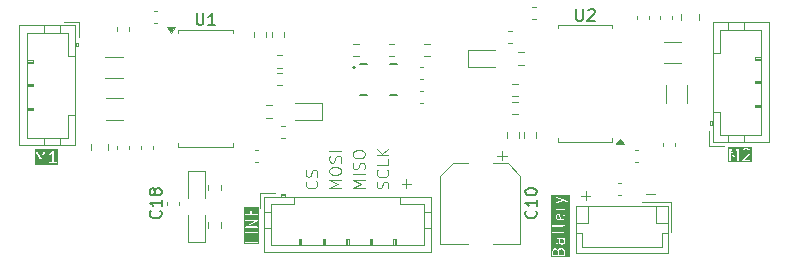
<source format=gbr>
%TF.GenerationSoftware,KiCad,Pcbnew,9.0.7*%
%TF.CreationDate,2026-01-26T16:26:35+01:00*%
%TF.ProjectId,Projet 6 KICAD CLS COMPLET,50726f6a-6574-4203-9620-4b4943414420,rev?*%
%TF.SameCoordinates,Original*%
%TF.FileFunction,Legend,Top*%
%TF.FilePolarity,Positive*%
%FSLAX46Y46*%
G04 Gerber Fmt 4.6, Leading zero omitted, Abs format (unit mm)*
G04 Created by KiCad (PCBNEW 9.0.7) date 2026-01-26 16:26:35*
%MOMM*%
%LPD*%
G01*
G04 APERTURE LIST*
%ADD10C,0.100000*%
%ADD11C,0.150000*%
%ADD12C,0.120000*%
%ADD13C,0.127000*%
%ADD14C,0.200000*%
G04 APERTURE END LIST*
D10*
X126472419Y-70196115D02*
X125472419Y-70196115D01*
X125472419Y-70196115D02*
X126186704Y-69862782D01*
X126186704Y-69862782D02*
X125472419Y-69529449D01*
X125472419Y-69529449D02*
X126472419Y-69529449D01*
X126472419Y-69053258D02*
X125472419Y-69053258D01*
X126424800Y-68624687D02*
X126472419Y-68481830D01*
X126472419Y-68481830D02*
X126472419Y-68243735D01*
X126472419Y-68243735D02*
X126424800Y-68148497D01*
X126424800Y-68148497D02*
X126377180Y-68100878D01*
X126377180Y-68100878D02*
X126281942Y-68053259D01*
X126281942Y-68053259D02*
X126186704Y-68053259D01*
X126186704Y-68053259D02*
X126091466Y-68100878D01*
X126091466Y-68100878D02*
X126043847Y-68148497D01*
X126043847Y-68148497D02*
X125996228Y-68243735D01*
X125996228Y-68243735D02*
X125948609Y-68434211D01*
X125948609Y-68434211D02*
X125900990Y-68529449D01*
X125900990Y-68529449D02*
X125853371Y-68577068D01*
X125853371Y-68577068D02*
X125758133Y-68624687D01*
X125758133Y-68624687D02*
X125662895Y-68624687D01*
X125662895Y-68624687D02*
X125567657Y-68577068D01*
X125567657Y-68577068D02*
X125520038Y-68529449D01*
X125520038Y-68529449D02*
X125472419Y-68434211D01*
X125472419Y-68434211D02*
X125472419Y-68196116D01*
X125472419Y-68196116D02*
X125520038Y-68053259D01*
X125472419Y-67434211D02*
X125472419Y-67243735D01*
X125472419Y-67243735D02*
X125520038Y-67148497D01*
X125520038Y-67148497D02*
X125615276Y-67053259D01*
X125615276Y-67053259D02*
X125805752Y-67005640D01*
X125805752Y-67005640D02*
X126139085Y-67005640D01*
X126139085Y-67005640D02*
X126329561Y-67053259D01*
X126329561Y-67053259D02*
X126424800Y-67148497D01*
X126424800Y-67148497D02*
X126472419Y-67243735D01*
X126472419Y-67243735D02*
X126472419Y-67434211D01*
X126472419Y-67434211D02*
X126424800Y-67529449D01*
X126424800Y-67529449D02*
X126329561Y-67624687D01*
X126329561Y-67624687D02*
X126139085Y-67672306D01*
X126139085Y-67672306D02*
X125805752Y-67672306D01*
X125805752Y-67672306D02*
X125615276Y-67624687D01*
X125615276Y-67624687D02*
X125520038Y-67529449D01*
X125520038Y-67529449D02*
X125472419Y-67434211D01*
X128424800Y-70243734D02*
X128472419Y-70100877D01*
X128472419Y-70100877D02*
X128472419Y-69862782D01*
X128472419Y-69862782D02*
X128424800Y-69767544D01*
X128424800Y-69767544D02*
X128377180Y-69719925D01*
X128377180Y-69719925D02*
X128281942Y-69672306D01*
X128281942Y-69672306D02*
X128186704Y-69672306D01*
X128186704Y-69672306D02*
X128091466Y-69719925D01*
X128091466Y-69719925D02*
X128043847Y-69767544D01*
X128043847Y-69767544D02*
X127996228Y-69862782D01*
X127996228Y-69862782D02*
X127948609Y-70053258D01*
X127948609Y-70053258D02*
X127900990Y-70148496D01*
X127900990Y-70148496D02*
X127853371Y-70196115D01*
X127853371Y-70196115D02*
X127758133Y-70243734D01*
X127758133Y-70243734D02*
X127662895Y-70243734D01*
X127662895Y-70243734D02*
X127567657Y-70196115D01*
X127567657Y-70196115D02*
X127520038Y-70148496D01*
X127520038Y-70148496D02*
X127472419Y-70053258D01*
X127472419Y-70053258D02*
X127472419Y-69815163D01*
X127472419Y-69815163D02*
X127520038Y-69672306D01*
X128377180Y-68672306D02*
X128424800Y-68719925D01*
X128424800Y-68719925D02*
X128472419Y-68862782D01*
X128472419Y-68862782D02*
X128472419Y-68958020D01*
X128472419Y-68958020D02*
X128424800Y-69100877D01*
X128424800Y-69100877D02*
X128329561Y-69196115D01*
X128329561Y-69196115D02*
X128234323Y-69243734D01*
X128234323Y-69243734D02*
X128043847Y-69291353D01*
X128043847Y-69291353D02*
X127900990Y-69291353D01*
X127900990Y-69291353D02*
X127710514Y-69243734D01*
X127710514Y-69243734D02*
X127615276Y-69196115D01*
X127615276Y-69196115D02*
X127520038Y-69100877D01*
X127520038Y-69100877D02*
X127472419Y-68958020D01*
X127472419Y-68958020D02*
X127472419Y-68862782D01*
X127472419Y-68862782D02*
X127520038Y-68719925D01*
X127520038Y-68719925D02*
X127567657Y-68672306D01*
X128472419Y-67767544D02*
X128472419Y-68243734D01*
X128472419Y-68243734D02*
X127472419Y-68243734D01*
X128472419Y-67434210D02*
X127472419Y-67434210D01*
X128472419Y-66862782D02*
X127900990Y-67291353D01*
X127472419Y-66862782D02*
X128043847Y-67434210D01*
G36*
X142723753Y-75461017D02*
G01*
X142759897Y-75497162D01*
X142798609Y-75574585D01*
X142798609Y-75846115D01*
X142422419Y-75846115D01*
X142422419Y-75574585D01*
X142461130Y-75497161D01*
X142497275Y-75461017D01*
X142574699Y-75422306D01*
X142646330Y-75422306D01*
X142723753Y-75461017D01*
G37*
G36*
X143247561Y-75413398D02*
G01*
X143283708Y-75449544D01*
X143322419Y-75526966D01*
X143322419Y-75846115D01*
X142898609Y-75846115D01*
X142898609Y-75570895D01*
X142939929Y-75446933D01*
X142973465Y-75413398D01*
X143050889Y-75374687D01*
X143170139Y-75374687D01*
X143247561Y-75413398D01*
G37*
G36*
X143322419Y-74574585D02*
G01*
X143322419Y-74789073D01*
X143287532Y-74858847D01*
X143217759Y-74893734D01*
X143146127Y-74893734D01*
X143076352Y-74858847D01*
X143041466Y-74789074D01*
X143041466Y-74562782D01*
X143040977Y-74560325D01*
X143041340Y-74559237D01*
X143039223Y-74551509D01*
X143037660Y-74543648D01*
X143036848Y-74542836D01*
X143036187Y-74540421D01*
X143024749Y-74517544D01*
X143293898Y-74517544D01*
X143322419Y-74574585D01*
G37*
G36*
X142978095Y-72846114D02*
G01*
X142860413Y-72846114D01*
X142790638Y-72811227D01*
X142755752Y-72741454D01*
X142755752Y-72574584D01*
X142790638Y-72504810D01*
X142860413Y-72469924D01*
X142902857Y-72469924D01*
X142978095Y-72846114D01*
G37*
G36*
X143866737Y-76057226D02*
G01*
X142211308Y-76057226D01*
X142211308Y-75562782D01*
X142322419Y-75562782D01*
X142322419Y-75896115D01*
X142326225Y-75915249D01*
X142353285Y-75942309D01*
X142372419Y-75946115D01*
X143372419Y-75946115D01*
X143391553Y-75942309D01*
X143418613Y-75915249D01*
X143422419Y-75896115D01*
X143422419Y-75515163D01*
X143421930Y-75512706D01*
X143422293Y-75511618D01*
X143420176Y-75503890D01*
X143418613Y-75496029D01*
X143417801Y-75495217D01*
X143417140Y-75492802D01*
X143369521Y-75397564D01*
X143364609Y-75391235D01*
X143360155Y-75384569D01*
X143312535Y-75336950D01*
X143305868Y-75332495D01*
X143299540Y-75327584D01*
X143204303Y-75279966D01*
X143201887Y-75279304D01*
X143201076Y-75278493D01*
X143193214Y-75276929D01*
X143185487Y-75274813D01*
X143184398Y-75275175D01*
X143181942Y-75274687D01*
X143039085Y-75274687D01*
X143036628Y-75275175D01*
X143035540Y-75274813D01*
X143027812Y-75276929D01*
X143019951Y-75278493D01*
X143019139Y-75279304D01*
X143016724Y-75279966D01*
X142921486Y-75327585D01*
X142915157Y-75332496D01*
X142908491Y-75336951D01*
X142860873Y-75384570D01*
X142859481Y-75386652D01*
X142858455Y-75387166D01*
X142854487Y-75394126D01*
X142850034Y-75400791D01*
X142850034Y-75401938D01*
X142848794Y-75404114D01*
X142838407Y-75435274D01*
X142836345Y-75432188D01*
X142788726Y-75384570D01*
X142782064Y-75380118D01*
X142775731Y-75375203D01*
X142680494Y-75327585D01*
X142678078Y-75326923D01*
X142677267Y-75326112D01*
X142669405Y-75324548D01*
X142661678Y-75322432D01*
X142660589Y-75322794D01*
X142658133Y-75322306D01*
X142562895Y-75322306D01*
X142560438Y-75322794D01*
X142559350Y-75322432D01*
X142551622Y-75324548D01*
X142543761Y-75326112D01*
X142542949Y-75326923D01*
X142540534Y-75327585D01*
X142445296Y-75375204D01*
X142438967Y-75380115D01*
X142432301Y-75384570D01*
X142384683Y-75432189D01*
X142380231Y-75438850D01*
X142375316Y-75445184D01*
X142327698Y-75540421D01*
X142327036Y-75542836D01*
X142326225Y-75543648D01*
X142324661Y-75551509D01*
X142322545Y-75559237D01*
X142322907Y-75560325D01*
X142322419Y-75562782D01*
X142211308Y-75562782D01*
X142211308Y-74610401D01*
X142655752Y-74610401D01*
X142655752Y-74800877D01*
X142656240Y-74803333D01*
X142655878Y-74804422D01*
X142657994Y-74812149D01*
X142659558Y-74820011D01*
X142660369Y-74820822D01*
X142661031Y-74823238D01*
X142708649Y-74918475D01*
X142720611Y-74933887D01*
X142756915Y-74945989D01*
X142791143Y-74928875D01*
X142803245Y-74892570D01*
X142798092Y-74873754D01*
X142755752Y-74789074D01*
X142755752Y-74622204D01*
X142790638Y-74552430D01*
X142860413Y-74517544D01*
X142912945Y-74517544D01*
X142941466Y-74574585D01*
X142941466Y-74800877D01*
X142941954Y-74803333D01*
X142941592Y-74804422D01*
X142943708Y-74812149D01*
X142945272Y-74820011D01*
X142946083Y-74820822D01*
X142946745Y-74823238D01*
X142994363Y-74918475D01*
X143000466Y-74926339D01*
X143001312Y-74928875D01*
X143004135Y-74931066D01*
X143006325Y-74933887D01*
X143008858Y-74934731D01*
X143016724Y-74940836D01*
X143111962Y-74988455D01*
X143114377Y-74989116D01*
X143115189Y-74989928D01*
X143123050Y-74991491D01*
X143130778Y-74993608D01*
X143131866Y-74993245D01*
X143134323Y-74993734D01*
X143229561Y-74993734D01*
X143232017Y-74993245D01*
X143233105Y-74993608D01*
X143240829Y-74991492D01*
X143248695Y-74989928D01*
X143249506Y-74989116D01*
X143251921Y-74988455D01*
X143347160Y-74940837D01*
X143355024Y-74934733D01*
X143357560Y-74933888D01*
X143359751Y-74931064D01*
X143362572Y-74928875D01*
X143363416Y-74926341D01*
X143369521Y-74918476D01*
X143417140Y-74823238D01*
X143417801Y-74820822D01*
X143418613Y-74820011D01*
X143420176Y-74812149D01*
X143422293Y-74804422D01*
X143421930Y-74803333D01*
X143422419Y-74800877D01*
X143422419Y-74562782D01*
X143421930Y-74560325D01*
X143422293Y-74559237D01*
X143420176Y-74551509D01*
X143418613Y-74543648D01*
X143417801Y-74542836D01*
X143417140Y-74540421D01*
X143399716Y-74505574D01*
X143418613Y-74486678D01*
X143418613Y-74448410D01*
X143391553Y-74421350D01*
X143372419Y-74417544D01*
X142848609Y-74417544D01*
X142846152Y-74418032D01*
X142845064Y-74417670D01*
X142837336Y-74419786D01*
X142829475Y-74421350D01*
X142828663Y-74422161D01*
X142826248Y-74422823D01*
X142731010Y-74470442D01*
X142723144Y-74476546D01*
X142720611Y-74477391D01*
X142718421Y-74480211D01*
X142715598Y-74482403D01*
X142714752Y-74484938D01*
X142708649Y-74492803D01*
X142661031Y-74588040D01*
X142660369Y-74590455D01*
X142659558Y-74591267D01*
X142657994Y-74599128D01*
X142655878Y-74606856D01*
X142656240Y-74607944D01*
X142655752Y-74610401D01*
X142211308Y-74610401D01*
X142211308Y-73972219D01*
X142326225Y-73972219D01*
X142326225Y-74010487D01*
X142353285Y-74037547D01*
X142372419Y-74041353D01*
X142655752Y-74041353D01*
X142655752Y-74134210D01*
X142659558Y-74153344D01*
X142686618Y-74180404D01*
X142724886Y-74180404D01*
X142751946Y-74153344D01*
X142755752Y-74134210D01*
X142755752Y-74041353D01*
X143229561Y-74041353D01*
X143232017Y-74040864D01*
X143233105Y-74041227D01*
X143240829Y-74039111D01*
X143248695Y-74037547D01*
X143249506Y-74036735D01*
X143251921Y-74036074D01*
X143347160Y-73988456D01*
X143355024Y-73982352D01*
X143357560Y-73981507D01*
X143359751Y-73978683D01*
X143362572Y-73976494D01*
X143363416Y-73973960D01*
X143369521Y-73966095D01*
X143417140Y-73870857D01*
X143417801Y-73868441D01*
X143418613Y-73867630D01*
X143420176Y-73859768D01*
X143422293Y-73852041D01*
X143421930Y-73850952D01*
X143422419Y-73848496D01*
X143422419Y-73753258D01*
X143418613Y-73734124D01*
X143391553Y-73707064D01*
X143353285Y-73707064D01*
X143326225Y-73734124D01*
X143322419Y-73753258D01*
X143322419Y-73836692D01*
X143287532Y-73906466D01*
X143217759Y-73941353D01*
X142755752Y-73941353D01*
X142755752Y-73753258D01*
X142751946Y-73734124D01*
X142724886Y-73707064D01*
X142686618Y-73707064D01*
X142659558Y-73734124D01*
X142655752Y-73753258D01*
X142655752Y-73941353D01*
X142372419Y-73941353D01*
X142353285Y-73945159D01*
X142326225Y-73972219D01*
X142211308Y-73972219D01*
X142211308Y-73400790D01*
X142326225Y-73400790D01*
X142326225Y-73439058D01*
X142353285Y-73466118D01*
X142372419Y-73469924D01*
X142655752Y-73469924D01*
X142655752Y-73562781D01*
X142659558Y-73581915D01*
X142686618Y-73608975D01*
X142724886Y-73608975D01*
X142751946Y-73581915D01*
X142755752Y-73562781D01*
X142755752Y-73469924D01*
X143229561Y-73469924D01*
X143232017Y-73469435D01*
X143233105Y-73469798D01*
X143240829Y-73467682D01*
X143248695Y-73466118D01*
X143249506Y-73465306D01*
X143251921Y-73464645D01*
X143347160Y-73417027D01*
X143355024Y-73410923D01*
X143357560Y-73410078D01*
X143359751Y-73407254D01*
X143362572Y-73405065D01*
X143363416Y-73402531D01*
X143369521Y-73394666D01*
X143417140Y-73299428D01*
X143417801Y-73297012D01*
X143418613Y-73296201D01*
X143420176Y-73288339D01*
X143422293Y-73280612D01*
X143421930Y-73279523D01*
X143422419Y-73277067D01*
X143422419Y-73181829D01*
X143418613Y-73162695D01*
X143391553Y-73135635D01*
X143353285Y-73135635D01*
X143326225Y-73162695D01*
X143322419Y-73181829D01*
X143322419Y-73265263D01*
X143287532Y-73335037D01*
X143217759Y-73369924D01*
X142755752Y-73369924D01*
X142755752Y-73181829D01*
X142751946Y-73162695D01*
X142724886Y-73135635D01*
X142686618Y-73135635D01*
X142659558Y-73162695D01*
X142655752Y-73181829D01*
X142655752Y-73369924D01*
X142372419Y-73369924D01*
X142353285Y-73373730D01*
X142326225Y-73400790D01*
X142211308Y-73400790D01*
X142211308Y-72562781D01*
X142655752Y-72562781D01*
X142655752Y-72753257D01*
X142656240Y-72755713D01*
X142655878Y-72756802D01*
X142657994Y-72764529D01*
X142659558Y-72772391D01*
X142660369Y-72773202D01*
X142661031Y-72775618D01*
X142708649Y-72870855D01*
X142714752Y-72878719D01*
X142715598Y-72881255D01*
X142718421Y-72883446D01*
X142720611Y-72886267D01*
X142723144Y-72887111D01*
X142731010Y-72893216D01*
X142826248Y-72940835D01*
X142828663Y-72941496D01*
X142829475Y-72942308D01*
X142837336Y-72943871D01*
X142845064Y-72945988D01*
X142846152Y-72945625D01*
X142848609Y-72946114D01*
X143229561Y-72946114D01*
X143232017Y-72945625D01*
X143233105Y-72945988D01*
X143240829Y-72943872D01*
X143248695Y-72942308D01*
X143249506Y-72941496D01*
X143251921Y-72940835D01*
X143347160Y-72893217D01*
X143355024Y-72887113D01*
X143357560Y-72886268D01*
X143359751Y-72883444D01*
X143362572Y-72881255D01*
X143363416Y-72878721D01*
X143369521Y-72870856D01*
X143417140Y-72775618D01*
X143417801Y-72773202D01*
X143418613Y-72772391D01*
X143420176Y-72764529D01*
X143422293Y-72756802D01*
X143421930Y-72755713D01*
X143422419Y-72753257D01*
X143422419Y-72562781D01*
X143421930Y-72560324D01*
X143422293Y-72559236D01*
X143420176Y-72551508D01*
X143418613Y-72543647D01*
X143417801Y-72542835D01*
X143417140Y-72540420D01*
X143369521Y-72445182D01*
X143357560Y-72429770D01*
X143321255Y-72417669D01*
X143287027Y-72434783D01*
X143274926Y-72471088D01*
X143280079Y-72489904D01*
X143322419Y-72574584D01*
X143322419Y-72741453D01*
X143287532Y-72811227D01*
X143217759Y-72846114D01*
X143080075Y-72846114D01*
X142992876Y-72410118D01*
X142990041Y-72403294D01*
X142990041Y-72400790D01*
X142988261Y-72399010D01*
X142985391Y-72392102D01*
X142973277Y-72384026D01*
X142962981Y-72373730D01*
X142955643Y-72372270D01*
X142953550Y-72370875D01*
X142951095Y-72371365D01*
X142943847Y-72369924D01*
X142848609Y-72369924D01*
X142846152Y-72370412D01*
X142845064Y-72370050D01*
X142837336Y-72372166D01*
X142829475Y-72373730D01*
X142828663Y-72374541D01*
X142826248Y-72375203D01*
X142731010Y-72422822D01*
X142723144Y-72428926D01*
X142720611Y-72429771D01*
X142718421Y-72432591D01*
X142715598Y-72434783D01*
X142714752Y-72437318D01*
X142708649Y-72445183D01*
X142661031Y-72540420D01*
X142660369Y-72542835D01*
X142659558Y-72543647D01*
X142657994Y-72551508D01*
X142655878Y-72559236D01*
X142656240Y-72560324D01*
X142655752Y-72562781D01*
X142211308Y-72562781D01*
X142211308Y-71705638D01*
X142655752Y-71705638D01*
X142655752Y-71800876D01*
X142656240Y-71803332D01*
X142655878Y-71804421D01*
X142657994Y-71812148D01*
X142659558Y-71820010D01*
X142660369Y-71820821D01*
X142661031Y-71823237D01*
X142708649Y-71918474D01*
X142713564Y-71924807D01*
X142718016Y-71931469D01*
X142727899Y-71941352D01*
X142705752Y-71941352D01*
X142686618Y-71945158D01*
X142659558Y-71972218D01*
X142659558Y-72010486D01*
X142686618Y-72037546D01*
X142705752Y-72041352D01*
X143372419Y-72041352D01*
X143391553Y-72037546D01*
X143418613Y-72010486D01*
X143418613Y-71972218D01*
X143391553Y-71945158D01*
X143372419Y-71941352D01*
X142908032Y-71941352D01*
X142830608Y-71902640D01*
X142794463Y-71866496D01*
X142755752Y-71789073D01*
X142755752Y-71705638D01*
X142751946Y-71686504D01*
X142724886Y-71659444D01*
X142686618Y-71659444D01*
X142659558Y-71686504D01*
X142655752Y-71705638D01*
X142211308Y-71705638D01*
X142211308Y-70993835D01*
X142655814Y-70993835D01*
X142672196Y-71028419D01*
X142688935Y-71038439D01*
X143223758Y-71229447D01*
X142688935Y-71420455D01*
X142672196Y-71430475D01*
X142655814Y-71465059D01*
X142668685Y-71501098D01*
X142703269Y-71517480D01*
X142722569Y-71514629D01*
X143371416Y-71282898D01*
X143582417Y-71367298D01*
X143617040Y-71401922D01*
X143661030Y-71489902D01*
X143672992Y-71505314D01*
X143709296Y-71517416D01*
X143743524Y-71500302D01*
X143755626Y-71463997D01*
X143750473Y-71445181D01*
X143702854Y-71349943D01*
X143697942Y-71343614D01*
X143693488Y-71336948D01*
X143645869Y-71289330D01*
X143645518Y-71289095D01*
X143645435Y-71288901D01*
X143637502Y-71283739D01*
X143629648Y-71278491D01*
X143629436Y-71278491D01*
X143629083Y-71278261D01*
X143390989Y-71183023D01*
X143390052Y-71182848D01*
X143389236Y-71182360D01*
X142722569Y-70944265D01*
X142703269Y-70941414D01*
X142668685Y-70957796D01*
X142655814Y-70993835D01*
X142211308Y-70993835D01*
X142211308Y-70830303D01*
X143866737Y-70830303D01*
X143866737Y-76057226D01*
G37*
G36*
X159231661Y-68033530D02*
G01*
X157242773Y-68033530D01*
X157242773Y-66872419D01*
X157353884Y-66872419D01*
X157353884Y-67872419D01*
X157357690Y-67891553D01*
X157384750Y-67918613D01*
X157423018Y-67918613D01*
X157450078Y-67891553D01*
X157453884Y-67872419D01*
X157453884Y-67097796D01*
X157691908Y-67607849D01*
X157699530Y-67618238D01*
X157700343Y-67620473D01*
X157701600Y-67621059D01*
X157703448Y-67623578D01*
X157719520Y-67629422D01*
X157735021Y-67636656D01*
X157737217Y-67635857D01*
X157739413Y-67636656D01*
X157754913Y-67629422D01*
X157770986Y-67623578D01*
X157772833Y-67621059D01*
X157774091Y-67620473D01*
X157774903Y-67618237D01*
X157782526Y-67607848D01*
X158020550Y-67097796D01*
X158020550Y-67872419D01*
X158024356Y-67891553D01*
X158051416Y-67918613D01*
X158089684Y-67918613D01*
X158116744Y-67891553D01*
X158120550Y-67872419D01*
X158120550Y-67853285D01*
X158405309Y-67853285D01*
X158405309Y-67891553D01*
X158432369Y-67918613D01*
X158451503Y-67922419D01*
X159070550Y-67922419D01*
X159089684Y-67918613D01*
X159116744Y-67891553D01*
X159116744Y-67853285D01*
X159089684Y-67826225D01*
X159070550Y-67822419D01*
X158572213Y-67822419D01*
X159058286Y-67336345D01*
X159059676Y-67334263D01*
X159060704Y-67333750D01*
X159064674Y-67326784D01*
X159069125Y-67320124D01*
X159069125Y-67318976D01*
X159070365Y-67316801D01*
X159117984Y-67173945D01*
X159118986Y-67165994D01*
X159120550Y-67158133D01*
X159120550Y-67062895D01*
X159120061Y-67060438D01*
X159120424Y-67059350D01*
X159118307Y-67051622D01*
X159116744Y-67043761D01*
X159115932Y-67042949D01*
X159115271Y-67040534D01*
X159067652Y-66945296D01*
X159062740Y-66938967D01*
X159058286Y-66932301D01*
X159010667Y-66884683D01*
X159004005Y-66880231D01*
X158997672Y-66875316D01*
X158902435Y-66827698D01*
X158900019Y-66827036D01*
X158899208Y-66826225D01*
X158891346Y-66824661D01*
X158883619Y-66822545D01*
X158882530Y-66822907D01*
X158880074Y-66822419D01*
X158641979Y-66822419D01*
X158639522Y-66822907D01*
X158638434Y-66822545D01*
X158630706Y-66824661D01*
X158622845Y-66826225D01*
X158622033Y-66827036D01*
X158619618Y-66827698D01*
X158524380Y-66875317D01*
X158518051Y-66880228D01*
X158511385Y-66884683D01*
X158463767Y-66932302D01*
X158452928Y-66948523D01*
X158452928Y-66986791D01*
X158479988Y-67013851D01*
X158518256Y-67013851D01*
X158534477Y-67003012D01*
X158576359Y-66961130D01*
X158653783Y-66922419D01*
X158868271Y-66922419D01*
X158945694Y-66961130D01*
X158981838Y-66997275D01*
X159020550Y-67074698D01*
X159020550Y-67150020D01*
X158979229Y-67273981D01*
X158416148Y-67837064D01*
X158405309Y-67853285D01*
X158120550Y-67853285D01*
X158120550Y-66872419D01*
X158116744Y-66853285D01*
X158110461Y-66847002D01*
X158107424Y-66838650D01*
X158097458Y-66833999D01*
X158089684Y-66826225D01*
X158080799Y-66826225D01*
X158072746Y-66822467D01*
X158062411Y-66826225D01*
X158051416Y-66826225D01*
X158045133Y-66832507D01*
X158036781Y-66835545D01*
X158025241Y-66851274D01*
X157737216Y-67468469D01*
X157449193Y-66851275D01*
X157437653Y-66835545D01*
X157429300Y-66832507D01*
X157423018Y-66826225D01*
X157412023Y-66826225D01*
X157401688Y-66822467D01*
X157393635Y-66826225D01*
X157384750Y-66826225D01*
X157376975Y-66833999D01*
X157367010Y-66838650D01*
X157363972Y-66847002D01*
X157357690Y-66853285D01*
X157353884Y-66872419D01*
X157242773Y-66872419D01*
X157242773Y-66711308D01*
X159231661Y-66711308D01*
X159231661Y-68033530D01*
G37*
X124472419Y-70196115D02*
X123472419Y-70196115D01*
X123472419Y-70196115D02*
X124186704Y-69862782D01*
X124186704Y-69862782D02*
X123472419Y-69529449D01*
X123472419Y-69529449D02*
X124472419Y-69529449D01*
X123472419Y-68862782D02*
X123472419Y-68672306D01*
X123472419Y-68672306D02*
X123520038Y-68577068D01*
X123520038Y-68577068D02*
X123615276Y-68481830D01*
X123615276Y-68481830D02*
X123805752Y-68434211D01*
X123805752Y-68434211D02*
X124139085Y-68434211D01*
X124139085Y-68434211D02*
X124329561Y-68481830D01*
X124329561Y-68481830D02*
X124424800Y-68577068D01*
X124424800Y-68577068D02*
X124472419Y-68672306D01*
X124472419Y-68672306D02*
X124472419Y-68862782D01*
X124472419Y-68862782D02*
X124424800Y-68958020D01*
X124424800Y-68958020D02*
X124329561Y-69053258D01*
X124329561Y-69053258D02*
X124139085Y-69100877D01*
X124139085Y-69100877D02*
X123805752Y-69100877D01*
X123805752Y-69100877D02*
X123615276Y-69053258D01*
X123615276Y-69053258D02*
X123520038Y-68958020D01*
X123520038Y-68958020D02*
X123472419Y-68862782D01*
X124424800Y-68053258D02*
X124472419Y-67910401D01*
X124472419Y-67910401D02*
X124472419Y-67672306D01*
X124472419Y-67672306D02*
X124424800Y-67577068D01*
X124424800Y-67577068D02*
X124377180Y-67529449D01*
X124377180Y-67529449D02*
X124281942Y-67481830D01*
X124281942Y-67481830D02*
X124186704Y-67481830D01*
X124186704Y-67481830D02*
X124091466Y-67529449D01*
X124091466Y-67529449D02*
X124043847Y-67577068D01*
X124043847Y-67577068D02*
X123996228Y-67672306D01*
X123996228Y-67672306D02*
X123948609Y-67862782D01*
X123948609Y-67862782D02*
X123900990Y-67958020D01*
X123900990Y-67958020D02*
X123853371Y-68005639D01*
X123853371Y-68005639D02*
X123758133Y-68053258D01*
X123758133Y-68053258D02*
X123662895Y-68053258D01*
X123662895Y-68053258D02*
X123567657Y-68005639D01*
X123567657Y-68005639D02*
X123520038Y-67958020D01*
X123520038Y-67958020D02*
X123472419Y-67862782D01*
X123472419Y-67862782D02*
X123472419Y-67624687D01*
X123472419Y-67624687D02*
X123520038Y-67481830D01*
X124472419Y-67053258D02*
X123472419Y-67053258D01*
X150319048Y-70676466D02*
X151080953Y-70676466D01*
X129619048Y-69826466D02*
X130380953Y-69826466D01*
X130000000Y-70207419D02*
X130000000Y-69445514D01*
X144819048Y-70876466D02*
X145580953Y-70876466D01*
X145200000Y-71257419D02*
X145200000Y-70495514D01*
X122377180Y-69624687D02*
X122424800Y-69672306D01*
X122424800Y-69672306D02*
X122472419Y-69815163D01*
X122472419Y-69815163D02*
X122472419Y-69910401D01*
X122472419Y-69910401D02*
X122424800Y-70053258D01*
X122424800Y-70053258D02*
X122329561Y-70148496D01*
X122329561Y-70148496D02*
X122234323Y-70196115D01*
X122234323Y-70196115D02*
X122043847Y-70243734D01*
X122043847Y-70243734D02*
X121900990Y-70243734D01*
X121900990Y-70243734D02*
X121710514Y-70196115D01*
X121710514Y-70196115D02*
X121615276Y-70148496D01*
X121615276Y-70148496D02*
X121520038Y-70053258D01*
X121520038Y-70053258D02*
X121472419Y-69910401D01*
X121472419Y-69910401D02*
X121472419Y-69815163D01*
X121472419Y-69815163D02*
X121520038Y-69672306D01*
X121520038Y-69672306D02*
X121567657Y-69624687D01*
X122424800Y-69243734D02*
X122472419Y-69100877D01*
X122472419Y-69100877D02*
X122472419Y-68862782D01*
X122472419Y-68862782D02*
X122424800Y-68767544D01*
X122424800Y-68767544D02*
X122377180Y-68719925D01*
X122377180Y-68719925D02*
X122281942Y-68672306D01*
X122281942Y-68672306D02*
X122186704Y-68672306D01*
X122186704Y-68672306D02*
X122091466Y-68719925D01*
X122091466Y-68719925D02*
X122043847Y-68767544D01*
X122043847Y-68767544D02*
X121996228Y-68862782D01*
X121996228Y-68862782D02*
X121948609Y-69053258D01*
X121948609Y-69053258D02*
X121900990Y-69148496D01*
X121900990Y-69148496D02*
X121853371Y-69196115D01*
X121853371Y-69196115D02*
X121758133Y-69243734D01*
X121758133Y-69243734D02*
X121662895Y-69243734D01*
X121662895Y-69243734D02*
X121567657Y-69196115D01*
X121567657Y-69196115D02*
X121520038Y-69148496D01*
X121520038Y-69148496D02*
X121472419Y-69053258D01*
X121472419Y-69053258D02*
X121472419Y-68815163D01*
X121472419Y-68815163D02*
X121520038Y-68672306D01*
G36*
X100527855Y-68233530D02*
G01*
X98542773Y-68233530D01*
X98542773Y-67072419D01*
X98653884Y-67072419D01*
X98653884Y-68072419D01*
X98657690Y-68091553D01*
X98684750Y-68118613D01*
X98723018Y-68118613D01*
X98750078Y-68091553D01*
X98753884Y-68072419D01*
X98753884Y-67297796D01*
X98991908Y-67807849D01*
X98999530Y-67818238D01*
X99000343Y-67820473D01*
X99001600Y-67821059D01*
X99003448Y-67823578D01*
X99019520Y-67829422D01*
X99035021Y-67836656D01*
X99037217Y-67835857D01*
X99039413Y-67836656D01*
X99054913Y-67829422D01*
X99070986Y-67823578D01*
X99072833Y-67821059D01*
X99074091Y-67820473D01*
X99074903Y-67818237D01*
X99082526Y-67807848D01*
X99320550Y-67297796D01*
X99320550Y-68072419D01*
X99324356Y-68091553D01*
X99351416Y-68118613D01*
X99389684Y-68118613D01*
X99416744Y-68091553D01*
X99420550Y-68072419D01*
X99420550Y-67361678D01*
X99749248Y-67361678D01*
X99766362Y-67395906D01*
X99802667Y-67408007D01*
X99821483Y-67402854D01*
X99916720Y-67355236D01*
X99923053Y-67350320D01*
X99929715Y-67345869D01*
X100024953Y-67250631D01*
X100027701Y-67246517D01*
X100031201Y-67243011D01*
X100034836Y-67237558D01*
X100034836Y-68022419D01*
X99799122Y-68022419D01*
X99779988Y-68026225D01*
X99752928Y-68053285D01*
X99752928Y-68091553D01*
X99779988Y-68118613D01*
X99799122Y-68122419D01*
X100370550Y-68122419D01*
X100389684Y-68118613D01*
X100416744Y-68091553D01*
X100416744Y-68053285D01*
X100389684Y-68026225D01*
X100370550Y-68022419D01*
X100134836Y-68022419D01*
X100134836Y-67072419D01*
X100131030Y-67053285D01*
X100127389Y-67049644D01*
X100126380Y-67044597D01*
X100114264Y-67036519D01*
X100103970Y-67026225D01*
X100098824Y-67026225D01*
X100094540Y-67023369D01*
X100080262Y-67026225D01*
X100065702Y-67026225D01*
X100062061Y-67029865D01*
X100057014Y-67030875D01*
X100043234Y-67044684D01*
X99950739Y-67183424D01*
X99864743Y-67269421D01*
X99776761Y-67313412D01*
X99761349Y-67325373D01*
X99749248Y-67361678D01*
X99420550Y-67361678D01*
X99420550Y-67072419D01*
X99416744Y-67053285D01*
X99410461Y-67047002D01*
X99407424Y-67038650D01*
X99397458Y-67033999D01*
X99389684Y-67026225D01*
X99380799Y-67026225D01*
X99372746Y-67022467D01*
X99362411Y-67026225D01*
X99351416Y-67026225D01*
X99345133Y-67032507D01*
X99336781Y-67035545D01*
X99325241Y-67051274D01*
X99037216Y-67668469D01*
X98749193Y-67051275D01*
X98737653Y-67035545D01*
X98729300Y-67032507D01*
X98723018Y-67026225D01*
X98712023Y-67026225D01*
X98701688Y-67022467D01*
X98693635Y-67026225D01*
X98684750Y-67026225D01*
X98676975Y-67033999D01*
X98667010Y-67038650D01*
X98663972Y-67047002D01*
X98657690Y-67053285D01*
X98653884Y-67072419D01*
X98542773Y-67072419D01*
X98542773Y-66911356D01*
X100527855Y-66911356D01*
X100527855Y-68233530D01*
G37*
G36*
X117533530Y-74957226D02*
G01*
X116211308Y-74957226D01*
X116211308Y-74776981D01*
X116326225Y-74776981D01*
X116326225Y-74815249D01*
X116353285Y-74842309D01*
X116372419Y-74846115D01*
X117372419Y-74846115D01*
X117391553Y-74842309D01*
X117418613Y-74815249D01*
X117422419Y-74796115D01*
X117422419Y-74319925D01*
X117418613Y-74300791D01*
X117391553Y-74273731D01*
X117353285Y-74273731D01*
X117326225Y-74300791D01*
X117322419Y-74319925D01*
X117322419Y-74746115D01*
X116372419Y-74746115D01*
X116353285Y-74749921D01*
X116326225Y-74776981D01*
X116211308Y-74776981D01*
X116211308Y-73967457D01*
X116326225Y-73967457D01*
X116326225Y-74005725D01*
X116353285Y-74032785D01*
X116372419Y-74036591D01*
X117372419Y-74036591D01*
X117391553Y-74032785D01*
X117418613Y-74005725D01*
X117418613Y-73967457D01*
X117391553Y-73940397D01*
X117372419Y-73936591D01*
X116372419Y-73936591D01*
X116353285Y-73940397D01*
X116326225Y-73967457D01*
X116211308Y-73967457D01*
X116211308Y-73516707D01*
X116322818Y-73516707D01*
X116326225Y-73522669D01*
X116326225Y-73529535D01*
X116335378Y-73538688D01*
X116341804Y-73549933D01*
X116348430Y-73551740D01*
X116353285Y-73556595D01*
X116372419Y-73560401D01*
X117372419Y-73560401D01*
X117391553Y-73556595D01*
X117418613Y-73529535D01*
X117418613Y-73491267D01*
X117391553Y-73464207D01*
X117372419Y-73460401D01*
X116560697Y-73460401D01*
X117397226Y-72982385D01*
X117411951Y-72969587D01*
X117413757Y-72962962D01*
X117418613Y-72958107D01*
X117418613Y-72945159D01*
X117422020Y-72932667D01*
X117418613Y-72926704D01*
X117418613Y-72919839D01*
X117409459Y-72910685D01*
X117403034Y-72899441D01*
X117396407Y-72897633D01*
X117391553Y-72892779D01*
X117372419Y-72888973D01*
X116372419Y-72888973D01*
X116353285Y-72892779D01*
X116326225Y-72919839D01*
X116326225Y-72958107D01*
X116353285Y-72985167D01*
X116372419Y-72988973D01*
X117184141Y-72988973D01*
X116347612Y-73466989D01*
X116332887Y-73479786D01*
X116331079Y-73486412D01*
X116326225Y-73491267D01*
X116326225Y-73504214D01*
X116322818Y-73516707D01*
X116211308Y-73516707D01*
X116211308Y-71986592D01*
X116322419Y-71986592D01*
X116322419Y-72462782D01*
X116326225Y-72481916D01*
X116353285Y-72508976D01*
X116372419Y-72512782D01*
X117372419Y-72512782D01*
X117391553Y-72508976D01*
X117418613Y-72481916D01*
X117422419Y-72462782D01*
X117422419Y-71986592D01*
X117418613Y-71967458D01*
X117391553Y-71940398D01*
X117353285Y-71940398D01*
X117326225Y-71967458D01*
X117322419Y-71986592D01*
X117322419Y-72412782D01*
X116898609Y-72412782D01*
X116898609Y-72129449D01*
X116894803Y-72110315D01*
X116867743Y-72083255D01*
X116829475Y-72083255D01*
X116802415Y-72110315D01*
X116798609Y-72129449D01*
X116798609Y-72412782D01*
X116422419Y-72412782D01*
X116422419Y-71986592D01*
X116418613Y-71967458D01*
X116391553Y-71940398D01*
X116353285Y-71940398D01*
X116326225Y-71967458D01*
X116322419Y-71986592D01*
X116211308Y-71986592D01*
X116211308Y-71829287D01*
X117533530Y-71829287D01*
X117533530Y-74957226D01*
G37*
D11*
X109179580Y-72142857D02*
X109227200Y-72190476D01*
X109227200Y-72190476D02*
X109274819Y-72333333D01*
X109274819Y-72333333D02*
X109274819Y-72428571D01*
X109274819Y-72428571D02*
X109227200Y-72571428D01*
X109227200Y-72571428D02*
X109131961Y-72666666D01*
X109131961Y-72666666D02*
X109036723Y-72714285D01*
X109036723Y-72714285D02*
X108846247Y-72761904D01*
X108846247Y-72761904D02*
X108703390Y-72761904D01*
X108703390Y-72761904D02*
X108512914Y-72714285D01*
X108512914Y-72714285D02*
X108417676Y-72666666D01*
X108417676Y-72666666D02*
X108322438Y-72571428D01*
X108322438Y-72571428D02*
X108274819Y-72428571D01*
X108274819Y-72428571D02*
X108274819Y-72333333D01*
X108274819Y-72333333D02*
X108322438Y-72190476D01*
X108322438Y-72190476D02*
X108370057Y-72142857D01*
X109274819Y-71190476D02*
X109274819Y-71761904D01*
X109274819Y-71476190D02*
X108274819Y-71476190D01*
X108274819Y-71476190D02*
X108417676Y-71571428D01*
X108417676Y-71571428D02*
X108512914Y-71666666D01*
X108512914Y-71666666D02*
X108560533Y-71761904D01*
X108703390Y-70619047D02*
X108655771Y-70714285D01*
X108655771Y-70714285D02*
X108608152Y-70761904D01*
X108608152Y-70761904D02*
X108512914Y-70809523D01*
X108512914Y-70809523D02*
X108465295Y-70809523D01*
X108465295Y-70809523D02*
X108370057Y-70761904D01*
X108370057Y-70761904D02*
X108322438Y-70714285D01*
X108322438Y-70714285D02*
X108274819Y-70619047D01*
X108274819Y-70619047D02*
X108274819Y-70428571D01*
X108274819Y-70428571D02*
X108322438Y-70333333D01*
X108322438Y-70333333D02*
X108370057Y-70285714D01*
X108370057Y-70285714D02*
X108465295Y-70238095D01*
X108465295Y-70238095D02*
X108512914Y-70238095D01*
X108512914Y-70238095D02*
X108608152Y-70285714D01*
X108608152Y-70285714D02*
X108655771Y-70333333D01*
X108655771Y-70333333D02*
X108703390Y-70428571D01*
X108703390Y-70428571D02*
X108703390Y-70619047D01*
X108703390Y-70619047D02*
X108751009Y-70714285D01*
X108751009Y-70714285D02*
X108798628Y-70761904D01*
X108798628Y-70761904D02*
X108893866Y-70809523D01*
X108893866Y-70809523D02*
X109084342Y-70809523D01*
X109084342Y-70809523D02*
X109179580Y-70761904D01*
X109179580Y-70761904D02*
X109227200Y-70714285D01*
X109227200Y-70714285D02*
X109274819Y-70619047D01*
X109274819Y-70619047D02*
X109274819Y-70428571D01*
X109274819Y-70428571D02*
X109227200Y-70333333D01*
X109227200Y-70333333D02*
X109179580Y-70285714D01*
X109179580Y-70285714D02*
X109084342Y-70238095D01*
X109084342Y-70238095D02*
X108893866Y-70238095D01*
X108893866Y-70238095D02*
X108798628Y-70285714D01*
X108798628Y-70285714D02*
X108751009Y-70333333D01*
X108751009Y-70333333D02*
X108703390Y-70428571D01*
X140959580Y-72142857D02*
X141007200Y-72190476D01*
X141007200Y-72190476D02*
X141054819Y-72333333D01*
X141054819Y-72333333D02*
X141054819Y-72428571D01*
X141054819Y-72428571D02*
X141007200Y-72571428D01*
X141007200Y-72571428D02*
X140911961Y-72666666D01*
X140911961Y-72666666D02*
X140816723Y-72714285D01*
X140816723Y-72714285D02*
X140626247Y-72761904D01*
X140626247Y-72761904D02*
X140483390Y-72761904D01*
X140483390Y-72761904D02*
X140292914Y-72714285D01*
X140292914Y-72714285D02*
X140197676Y-72666666D01*
X140197676Y-72666666D02*
X140102438Y-72571428D01*
X140102438Y-72571428D02*
X140054819Y-72428571D01*
X140054819Y-72428571D02*
X140054819Y-72333333D01*
X140054819Y-72333333D02*
X140102438Y-72190476D01*
X140102438Y-72190476D02*
X140150057Y-72142857D01*
X141054819Y-71190476D02*
X141054819Y-71761904D01*
X141054819Y-71476190D02*
X140054819Y-71476190D01*
X140054819Y-71476190D02*
X140197676Y-71571428D01*
X140197676Y-71571428D02*
X140292914Y-71666666D01*
X140292914Y-71666666D02*
X140340533Y-71761904D01*
X140054819Y-70571428D02*
X140054819Y-70476190D01*
X140054819Y-70476190D02*
X140102438Y-70380952D01*
X140102438Y-70380952D02*
X140150057Y-70333333D01*
X140150057Y-70333333D02*
X140245295Y-70285714D01*
X140245295Y-70285714D02*
X140435771Y-70238095D01*
X140435771Y-70238095D02*
X140673866Y-70238095D01*
X140673866Y-70238095D02*
X140864342Y-70285714D01*
X140864342Y-70285714D02*
X140959580Y-70333333D01*
X140959580Y-70333333D02*
X141007200Y-70380952D01*
X141007200Y-70380952D02*
X141054819Y-70476190D01*
X141054819Y-70476190D02*
X141054819Y-70571428D01*
X141054819Y-70571428D02*
X141007200Y-70666666D01*
X141007200Y-70666666D02*
X140959580Y-70714285D01*
X140959580Y-70714285D02*
X140864342Y-70761904D01*
X140864342Y-70761904D02*
X140673866Y-70809523D01*
X140673866Y-70809523D02*
X140435771Y-70809523D01*
X140435771Y-70809523D02*
X140245295Y-70761904D01*
X140245295Y-70761904D02*
X140150057Y-70714285D01*
X140150057Y-70714285D02*
X140102438Y-70666666D01*
X140102438Y-70666666D02*
X140054819Y-70571428D01*
X144375595Y-55054819D02*
X144375595Y-55864342D01*
X144375595Y-55864342D02*
X144423214Y-55959580D01*
X144423214Y-55959580D02*
X144470833Y-56007200D01*
X144470833Y-56007200D02*
X144566071Y-56054819D01*
X144566071Y-56054819D02*
X144756547Y-56054819D01*
X144756547Y-56054819D02*
X144851785Y-56007200D01*
X144851785Y-56007200D02*
X144899404Y-55959580D01*
X144899404Y-55959580D02*
X144947023Y-55864342D01*
X144947023Y-55864342D02*
X144947023Y-55054819D01*
X145375595Y-55150057D02*
X145423214Y-55102438D01*
X145423214Y-55102438D02*
X145518452Y-55054819D01*
X145518452Y-55054819D02*
X145756547Y-55054819D01*
X145756547Y-55054819D02*
X145851785Y-55102438D01*
X145851785Y-55102438D02*
X145899404Y-55150057D01*
X145899404Y-55150057D02*
X145947023Y-55245295D01*
X145947023Y-55245295D02*
X145947023Y-55340533D01*
X145947023Y-55340533D02*
X145899404Y-55483390D01*
X145899404Y-55483390D02*
X145327976Y-56054819D01*
X145327976Y-56054819D02*
X145947023Y-56054819D01*
X112238095Y-55404819D02*
X112238095Y-56214342D01*
X112238095Y-56214342D02*
X112285714Y-56309580D01*
X112285714Y-56309580D02*
X112333333Y-56357200D01*
X112333333Y-56357200D02*
X112428571Y-56404819D01*
X112428571Y-56404819D02*
X112619047Y-56404819D01*
X112619047Y-56404819D02*
X112714285Y-56357200D01*
X112714285Y-56357200D02*
X112761904Y-56309580D01*
X112761904Y-56309580D02*
X112809523Y-56214342D01*
X112809523Y-56214342D02*
X112809523Y-55404819D01*
X113809523Y-56404819D02*
X113238095Y-56404819D01*
X113523809Y-56404819D02*
X113523809Y-55404819D01*
X113523809Y-55404819D02*
X113428571Y-55547676D01*
X113428571Y-55547676D02*
X113333333Y-55642914D01*
X113333333Y-55642914D02*
X113238095Y-55690533D01*
D12*
%TO.C,C23*%
X108890580Y-56260000D02*
X108609420Y-56260000D01*
X108890580Y-55240000D02*
X108609420Y-55240000D01*
%TO.C,C22*%
X105490000Y-56890580D02*
X105490000Y-56609420D01*
X106510000Y-56890580D02*
X106510000Y-56609420D01*
%TO.C,C18*%
X109740000Y-71640580D02*
X109740000Y-71359420D01*
X110760000Y-71640580D02*
X110760000Y-71359420D01*
%TO.C,C15*%
X119409420Y-64965000D02*
X119690580Y-64965000D01*
X119409420Y-65985000D02*
X119690580Y-65985000D01*
%TO.C,C13*%
X108510000Y-66609420D02*
X108510000Y-66890580D01*
X107490000Y-66609420D02*
X107490000Y-66890580D01*
%TO.C,C12*%
X106510000Y-66609420D02*
X106510000Y-66890580D01*
X105490000Y-66609420D02*
X105490000Y-66890580D01*
%TO.C,C11*%
X140940580Y-55900983D02*
X140659420Y-55900983D01*
X140940580Y-54880983D02*
X140659420Y-54880983D01*
%TO.C,C9*%
X149490000Y-55890580D02*
X149490000Y-55609420D01*
X150510000Y-55890580D02*
X150510000Y-55609420D01*
%TO.C,C8*%
X151490000Y-55890580D02*
X151490000Y-55609420D01*
X152510000Y-55890580D02*
X152510000Y-55609420D01*
%TO.C,C7*%
X138903080Y-57935000D02*
X138621920Y-57935000D01*
X138903080Y-56915000D02*
X138621920Y-56915000D01*
%TO.C,C6*%
X149359420Y-66990000D02*
X149640580Y-66990000D01*
X149359420Y-68010000D02*
X149640580Y-68010000D01*
%TO.C,C5*%
X152760000Y-66409420D02*
X152760000Y-66690580D01*
X151740000Y-66409420D02*
X151740000Y-66690580D01*
%TO.C,C4*%
X147909420Y-69740000D02*
X148190580Y-69740000D01*
X147909420Y-70760000D02*
X148190580Y-70760000D01*
%TO.C,C3*%
X117159420Y-66990000D02*
X117440580Y-66990000D01*
X117159420Y-68010000D02*
X117440580Y-68010000D01*
%TO.C,C2*%
X131129420Y-61990000D02*
X131410580Y-61990000D01*
X131129420Y-63010000D02*
X131410580Y-63010000D01*
%TO.C,C1*%
X131137798Y-59990000D02*
X131418958Y-59990000D01*
X131137798Y-61010000D02*
X131418958Y-61010000D01*
%TO.C,D3*%
X111515000Y-72487500D02*
X111515000Y-74772500D01*
X111515000Y-74772500D02*
X112985000Y-74772500D01*
X112985000Y-74772500D02*
X112985000Y-72487500D01*
%TO.C,C14*%
X153265000Y-56011252D02*
X153265000Y-55488748D01*
X154735000Y-56011252D02*
X154735000Y-55488748D01*
%TO.C,R14*%
X113227500Y-70412258D02*
X113227500Y-69937742D01*
X114272500Y-70412258D02*
X114272500Y-69937742D01*
%TO.C,D1*%
X135227500Y-58515000D02*
X135227500Y-59985000D01*
X135227500Y-59985000D02*
X137512500Y-59985000D01*
X137512500Y-58515000D02*
X135227500Y-58515000D01*
%TO.C,R1*%
X138950242Y-62902500D02*
X139424758Y-62902500D01*
X138950242Y-63947500D02*
X139424758Y-63947500D01*
%TO.C,C10*%
X132840000Y-69154437D02*
X132840000Y-74910000D01*
X132840000Y-74910000D02*
X135190000Y-74910000D01*
X133904437Y-68090000D02*
X132840000Y-69154437D01*
X133904437Y-68090000D02*
X135190000Y-68090000D01*
X138097500Y-67062500D02*
X138097500Y-67850000D01*
X138491250Y-67456250D02*
X137703750Y-67456250D01*
X138595563Y-68090000D02*
X137310000Y-68090000D01*
X138595563Y-68090000D02*
X139660000Y-69154437D01*
X139660000Y-69154437D02*
X139660000Y-74910000D01*
X139660000Y-74910000D02*
X137310000Y-74910000D01*
%TO.C,D4*%
X111515000Y-68727500D02*
X111515000Y-71012500D01*
X112985000Y-68727500D02*
X111515000Y-68727500D01*
X112985000Y-71012500D02*
X112985000Y-68727500D01*
%TO.C,R15*%
X117090000Y-56987742D02*
X117090000Y-57462258D01*
X118135000Y-56987742D02*
X118135000Y-57462258D01*
%TO.C,R2*%
X139424758Y-61402500D02*
X138950242Y-61402500D01*
X139424758Y-62447500D02*
X138950242Y-62447500D01*
%TO.C,C16*%
X103265000Y-66488748D02*
X103265000Y-67011252D01*
X104735000Y-66488748D02*
X104735000Y-67011252D01*
%TO.C,R8*%
X119012742Y-58977500D02*
X119487258Y-58977500D01*
X119012742Y-60022500D02*
X119487258Y-60022500D01*
%TO.C,R6*%
X131507742Y-57977500D02*
X131982258Y-57977500D01*
X131507742Y-59022500D02*
X131982258Y-59022500D01*
%TO.C,R7*%
X138502500Y-65470150D02*
X138502500Y-65944666D01*
X139547500Y-65470150D02*
X139547500Y-65944666D01*
%TO.C,U2*%
X142827500Y-56365000D02*
X147447500Y-56365000D01*
X142827500Y-56640000D02*
X142827500Y-56365000D01*
X142827500Y-66285000D02*
X142827500Y-66010000D01*
X147447500Y-56365000D02*
X147447500Y-56640000D01*
X147447500Y-66010000D02*
X147447500Y-66285000D01*
X147447500Y-66285000D02*
X142827500Y-66285000D01*
X148427500Y-66485000D02*
X147747500Y-66485000D01*
X148087500Y-66015000D01*
X148427500Y-66485000D01*
G36*
X148427500Y-66485000D02*
G01*
X147747500Y-66485000D01*
X148087500Y-66015000D01*
X148427500Y-66485000D01*
G37*
%TO.C,R16*%
X119487258Y-60477500D02*
X119012742Y-60477500D01*
X119487258Y-61522500D02*
X119012742Y-61522500D01*
%TO.C,R4*%
X128982258Y-57977500D02*
X128507742Y-57977500D01*
X128982258Y-59022500D02*
X128507742Y-59022500D01*
%TO.C,R13*%
X113227500Y-73087742D02*
X113227500Y-73562258D01*
X114272500Y-73087742D02*
X114272500Y-73562258D01*
%TO.C,R18*%
X153264564Y-57840000D02*
X151810436Y-57840000D01*
X153264564Y-59660000D02*
X151810436Y-59660000D01*
%TO.C,R9*%
X118590000Y-57462258D02*
X118590000Y-56987742D01*
X119635000Y-57462258D02*
X119635000Y-56987742D01*
%TO.C,R3*%
X139969664Y-65944666D02*
X139969664Y-65470150D01*
X141014664Y-65944666D02*
X141014664Y-65470150D01*
%TO.C,U1*%
X110690000Y-56790000D02*
X115310000Y-56790000D01*
X110690000Y-57065000D02*
X110690000Y-56790000D01*
X110690000Y-66710000D02*
X110690000Y-66435000D01*
X115310000Y-56790000D02*
X115310000Y-57065000D01*
X115310000Y-66435000D02*
X115310000Y-66710000D01*
X115310000Y-66710000D02*
X110690000Y-66710000D01*
X110050000Y-57060000D02*
X109710000Y-56590000D01*
X110390000Y-56590000D01*
X110050000Y-57060000D01*
G36*
X110050000Y-57060000D02*
G01*
X109710000Y-56590000D01*
X110390000Y-56590000D01*
X110050000Y-57060000D01*
G37*
%TO.C,R5*%
X125982258Y-57977500D02*
X125507742Y-57977500D01*
X125982258Y-59022500D02*
X125507742Y-59022500D01*
%TO.C,J3*%
X97850435Y-57045718D02*
X97850435Y-65945718D01*
X97850435Y-59395718D02*
X98350435Y-59395718D01*
X97850435Y-59495718D02*
X98350435Y-59495718D01*
X97850435Y-61395718D02*
X98350435Y-61395718D01*
X97850435Y-61495718D02*
X98350435Y-61495718D01*
X97850435Y-63395718D02*
X98350435Y-63395718D01*
X97850435Y-63495718D02*
X98350435Y-63495718D01*
X97850435Y-65945718D02*
X101350435Y-65945718D01*
X98350435Y-59395718D02*
X98350435Y-59595718D01*
X98350435Y-59595718D02*
X97850435Y-59595718D01*
X98350435Y-61395718D02*
X98350435Y-61595718D01*
X98350435Y-61595718D02*
X97850435Y-61595718D01*
X98350435Y-63395718D02*
X98350435Y-63595718D01*
X98350435Y-63595718D02*
X97850435Y-63595718D01*
X99350435Y-56435718D02*
X99350435Y-57045718D01*
X99350435Y-66555718D02*
X99350435Y-65945718D01*
X100650435Y-56435718D02*
X100650435Y-57045718D01*
X100650435Y-66555718D02*
X100650435Y-65945718D01*
X101350435Y-57045718D02*
X97850435Y-57045718D01*
X101350435Y-58995718D02*
X101350435Y-57045718D01*
X101350435Y-63995718D02*
X101960435Y-63995718D01*
X101350435Y-65945718D02*
X101350435Y-63995718D01*
X101960435Y-58195718D02*
X102160435Y-58195718D01*
X101960435Y-58995718D02*
X101350435Y-58995718D01*
X102060435Y-58195718D02*
X102060435Y-57895718D01*
X102160435Y-57895718D02*
X101960435Y-57895718D01*
X102160435Y-58195718D02*
X102160435Y-57895718D01*
X102260435Y-56135718D02*
X101010435Y-56135718D01*
X102260435Y-57385718D02*
X102260435Y-56135718D01*
X101960435Y-56435718D02*
X97240435Y-56435718D01*
X97240435Y-66555718D01*
X101960435Y-66555718D01*
X101960435Y-56435718D01*
%TO.C,D2*%
X120539057Y-64460778D02*
X122824057Y-64460778D01*
X122824057Y-62990778D02*
X120539057Y-62990778D01*
X122824057Y-64460778D02*
X122824057Y-62990778D01*
%TO.C,R19*%
X139462742Y-58727500D02*
X139937258Y-58727500D01*
X139462742Y-59772500D02*
X139937258Y-59772500D01*
%TO.C,J4*%
X155640000Y-65360000D02*
X155640000Y-66610000D01*
X155640000Y-66610000D02*
X156890000Y-66610000D01*
X155740000Y-64550000D02*
X155740000Y-64850000D01*
X155740000Y-64850000D02*
X155940000Y-64850000D01*
X155840000Y-64550000D02*
X155840000Y-64850000D01*
X155940000Y-63750000D02*
X156550000Y-63750000D01*
X155940000Y-64550000D02*
X155740000Y-64550000D01*
X156550000Y-56800000D02*
X156550000Y-58750000D01*
X156550000Y-58750000D02*
X155940000Y-58750000D01*
X156550000Y-63750000D02*
X156550000Y-65700000D01*
X156550000Y-65700000D02*
X160050000Y-65700000D01*
X157250000Y-56190000D02*
X157250000Y-56800000D01*
X157250000Y-66310000D02*
X157250000Y-65700000D01*
X158550000Y-56190000D02*
X158550000Y-56800000D01*
X158550000Y-66310000D02*
X158550000Y-65700000D01*
X159550000Y-59150000D02*
X160050000Y-59150000D01*
X159550000Y-59350000D02*
X159550000Y-59150000D01*
X159550000Y-61150000D02*
X160050000Y-61150000D01*
X159550000Y-61350000D02*
X159550000Y-61150000D01*
X159550000Y-63150000D02*
X160050000Y-63150000D01*
X159550000Y-63350000D02*
X159550000Y-63150000D01*
X160050000Y-56800000D02*
X156550000Y-56800000D01*
X160050000Y-59250000D02*
X159550000Y-59250000D01*
X160050000Y-59350000D02*
X159550000Y-59350000D01*
X160050000Y-61250000D02*
X159550000Y-61250000D01*
X160050000Y-61350000D02*
X159550000Y-61350000D01*
X160050000Y-63250000D02*
X159550000Y-63250000D01*
X160050000Y-63350000D02*
X159550000Y-63350000D01*
X160050000Y-65700000D02*
X160050000Y-56800000D01*
X155940000Y-66310000D02*
X160660000Y-66310000D01*
X160660000Y-56190000D01*
X155940000Y-56190000D01*
X155940000Y-66310000D01*
%TO.C,R12*%
X118599758Y-63202500D02*
X118125242Y-63202500D01*
X118599758Y-64247500D02*
X118125242Y-64247500D01*
%TO.C,J2*%
X117640000Y-70640000D02*
X117640000Y-71890000D01*
X117940000Y-72250000D02*
X118550000Y-72250000D01*
X117940000Y-73550000D02*
X118550000Y-73550000D01*
X118550000Y-71550000D02*
X118550000Y-75050000D01*
X118550000Y-75050000D02*
X131450000Y-75050000D01*
X118890000Y-70640000D02*
X117640000Y-70640000D01*
X119400000Y-70740000D02*
X119400000Y-70940000D01*
X119700000Y-70740000D02*
X119400000Y-70740000D01*
X119700000Y-70840000D02*
X119400000Y-70840000D01*
X119700000Y-70940000D02*
X119700000Y-70740000D01*
X120500000Y-70940000D02*
X120500000Y-71550000D01*
X120500000Y-71550000D02*
X118550000Y-71550000D01*
X120900000Y-74550000D02*
X121100000Y-74550000D01*
X120900000Y-75050000D02*
X120900000Y-74550000D01*
X121000000Y-75050000D02*
X121000000Y-74550000D01*
X121100000Y-74550000D02*
X121100000Y-75050000D01*
X122900000Y-74550000D02*
X123100000Y-74550000D01*
X122900000Y-75050000D02*
X122900000Y-74550000D01*
X123000000Y-75050000D02*
X123000000Y-74550000D01*
X123100000Y-74550000D02*
X123100000Y-75050000D01*
X124900000Y-74550000D02*
X125100000Y-74550000D01*
X124900000Y-75050000D02*
X124900000Y-74550000D01*
X125000000Y-75050000D02*
X125000000Y-74550000D01*
X125100000Y-74550000D02*
X125100000Y-75050000D01*
X126900000Y-74550000D02*
X127100000Y-74550000D01*
X126900000Y-75050000D02*
X126900000Y-74550000D01*
X127000000Y-75050000D02*
X127000000Y-74550000D01*
X127100000Y-74550000D02*
X127100000Y-75050000D01*
X128900000Y-74550000D02*
X129100000Y-74550000D01*
X128900000Y-75050000D02*
X128900000Y-74550000D01*
X129000000Y-75050000D02*
X129000000Y-74550000D01*
X129100000Y-74550000D02*
X129100000Y-75050000D01*
X129500000Y-71550000D02*
X129500000Y-70940000D01*
X131450000Y-71550000D02*
X129500000Y-71550000D01*
X131450000Y-75050000D02*
X131450000Y-71550000D01*
X132060000Y-72250000D02*
X131450000Y-72250000D01*
X132060000Y-73550000D02*
X131450000Y-73550000D01*
X117940000Y-70940000D02*
X132060000Y-70940000D01*
X132060000Y-75660000D01*
X117940000Y-75660000D01*
X117940000Y-70940000D01*
D13*
%TO.C,U3*%
X126110000Y-62300000D02*
X126670000Y-62300000D01*
X126670000Y-59700000D02*
X126110000Y-59700000D01*
X128650000Y-59700000D02*
X129210000Y-59700000D01*
X128650000Y-62300000D02*
X129210000Y-62300000D01*
D14*
X125670000Y-60005000D02*
G75*
G02*
X125470000Y-60005000I-100000J0D01*
G01*
X125470000Y-60005000D02*
G75*
G02*
X125670000Y-60005000I100000J0D01*
G01*
D12*
%TO.C,J5*%
X144390000Y-73190000D02*
X145390000Y-73190000D01*
X144890000Y-74000000D02*
X144390000Y-74000000D01*
X144890000Y-75210000D02*
X144890000Y-74000000D01*
X145390000Y-73190000D02*
X145390000Y-71690000D01*
X151110000Y-73190000D02*
X151110000Y-71690000D01*
X151610000Y-74000000D02*
X151610000Y-75210000D01*
X151610000Y-75210000D02*
X144890000Y-75210000D01*
X152110000Y-73190000D02*
X151110000Y-73190000D01*
X152110000Y-74000000D02*
X151610000Y-74000000D01*
X152410000Y-71390000D02*
X149910000Y-71390000D01*
X152410000Y-73890000D02*
X152410000Y-71390000D01*
X152110000Y-75710000D02*
X144390000Y-75710000D01*
X144390000Y-71690000D01*
X152110000Y-71690000D01*
X152110000Y-75710000D01*
%TO.C,R11*%
X104560436Y-62590000D02*
X106014564Y-62590000D01*
X104560436Y-64410000D02*
X106014564Y-64410000D01*
%TO.C,R10*%
X104522936Y-59090000D02*
X105977064Y-59090000D01*
X104522936Y-60910000D02*
X105977064Y-60910000D01*
%TO.C,R17*%
X151942941Y-61522936D02*
X151942941Y-62977064D01*
X153762941Y-61522936D02*
X153762941Y-62977064D01*
%TD*%
M02*

</source>
